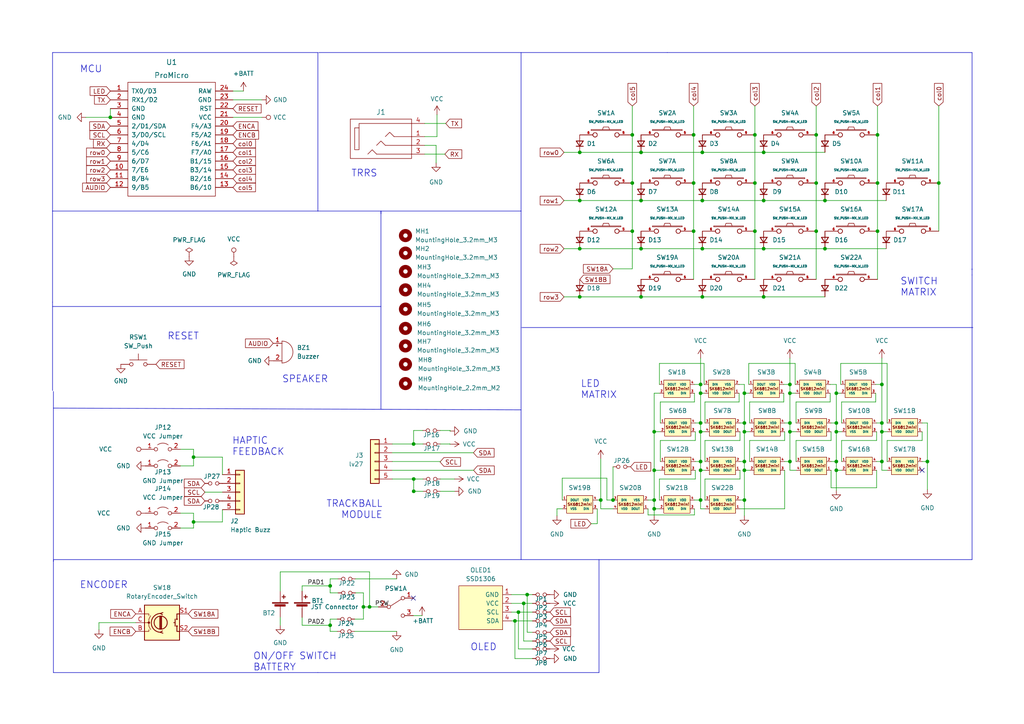
<source format=kicad_sch>
(kicad_sch (version 20230121) (generator eeschema)
  (paper "A4")
  (title_block (title "Klor Split Keyboard") (date "2022-06-21") (rev "1.3") (comment 1 "Schematic based on Sofle") (comment 2 "Author: GEIST"))
  (junction (at 185.928 86.106))
  (junction (at 174.244 145.034))
  (junction (at 189.738 147.574))
  (junction (at 203.2 125.222))
  (junction (at 152.908 172.466))
  (junction (at 119.9896 142.494))
  (junction (at 119.9896 138.938))
  (junction (at 272.288 53.086))
  (junction (at 56.134 132.588))
  (junction (at 221.488 86.106))
  (junction (at 32.004 34.036))
  (junction (at 215.9 122.682))
  (junction (at 189.738 145.034))
  (junction (at 203.2 122.682))
  (junction (at 255.778 133.858))
  (junction (at 203.708 44.196))
  (junction (at 95.758 181.356))
  (junction (at 218.948 67.056))
  (junction (at 185.928 72.136))
  (junction (at 183.388 67.056))
  (junction (at 201.168 67.056))
  (junction (at 203.708 86.106))
  (junction (at 203.2 133.858))
  (junction (at 56.134 151.384))
  (junction (at 201.168 39.116))
  (junction (at 239.268 72.136))
  (junction (at 168.148 86.106))
  (junction (at 203.2 111.506))
  (junction (at 215.9 125.222))
  (junction (at 185.928 58.166))
  (junction (at 215.9 136.398))
  (junction (at 229.108 114.046))
  (junction (at 255.778 111.506))
  (junction (at 203.708 72.136))
  (junction (at 221.488 58.166))
  (junction (at 183.388 39.116))
  (junction (at 254.508 53.086))
  (junction (at 107.188 176.022))
  (junction (at 95.758 169.926))
  (junction (at 168.148 72.136))
  (junction (at 268.986 133.858))
  (junction (at 185.928 44.196))
  (junction (at 201.168 53.086))
  (junction (at 229.108 133.858))
  (junction (at 242.57 114.046))
  (junction (at 203.708 58.166))
  (junction (at 236.728 53.086))
  (junction (at 177.8 145.034))
  (junction (at 151.892 175.006))
  (junction (at 242.57 136.398))
  (junction (at 254.508 67.056))
  (junction (at 255.778 125.222))
  (junction (at 189.738 136.398))
  (junction (at 149.352 180.086))
  (junction (at 221.488 44.196))
  (junction (at 168.148 44.196))
  (junction (at 189.738 125.222))
  (junction (at 254.508 39.116))
  (junction (at 183.388 53.086))
  (junction (at 168.148 58.166))
  (junction (at 218.948 39.116))
  (junction (at 203.2 114.046))
  (junction (at 236.728 67.056))
  (junction (at 229.108 111.506))
  (junction (at 150.368 177.546))
  (junction (at 221.488 72.136))
  (junction (at 203.2 145.034))
  (junction (at 239.268 58.166))
  (junction (at 105.41 176.022))
  (junction (at 242.57 133.858))
  (junction (at 215.9 133.858))
  (junction (at 229.108 125.222))
  (junction (at 215.9 114.046))
  (junction (at 242.57 122.682))
  (junction (at 242.57 125.222))
  (junction (at 215.9 145.034))
  (junction (at 229.108 122.682))
  (junction (at 255.778 122.682))
  (junction (at 236.728 39.116))
  (junction (at 218.948 53.086))
  (junction (at 203.2 136.398))
  (junction (at 119.9642 128.778))
  (no_connect (at 119.888 173.482))
  (no_connect (at 267.462 136.398))
  (wire (pts (xy 241.046 133.858) (xy 242.57 133.858)))
  (polyline (pts (xy 151.13 61.214) (xy 151.13 94.996)))
  (wire (pts (xy 255.778 125.222) (xy 257.302 125.222)))
  (wire (pts (xy 119.9642 128.778) (xy 119.9642 124.8664)))
  (wire (pts (xy 105.41 176.022) (xy 105.41 179.578)))
  (wire (pts (xy 229.108 122.682) (xy 229.108 114.046)))
  (wire (pts (xy 113.792 128.778) (xy 119.9642 128.778)))
  (wire (pts (xy 214.376 114.046) (xy 214.376 116.586)))
  (wire (pts (xy 201.168 67.056) (xy 201.168 81.026)))
  (wire (pts (xy 215.9 125.222) (xy 217.424 125.222)))
  (wire (pts (xy 176.022 145.034) (xy 177.8 145.034)))
  (wire (pts (xy 151.892 185.928) (xy 154.432 185.928)))
  (wire (pts (xy 203.2 122.682) (xy 203.2 114.046)))
  (wire (pts (xy 214.63 122.682) (xy 215.9 122.682)))
  (wire (pts (xy 39.37 180.594) (xy 28.702 180.594)))
  (wire (pts (xy 185.928 86.106) (xy 203.708 86.106)))
  (polyline (pts (xy 92.202 61.214) (xy 151.13 61.214)))
  (wire (pts (xy 189.738 114.046) (xy 189.738 125.222)))
  (wire (pts (xy 183.388 77.978) (xy 183.388 67.056)))
  (wire (pts (xy 242.57 114.046) (xy 242.57 122.682)))
  (wire (pts (xy 176.022 138.684) (xy 176.022 145.034)))
  (wire (pts (xy 203.2 147.574) (xy 204.47 147.574)))
  (wire (pts (xy 56.134 130.302) (xy 52.324 130.302)))
  (wire (pts (xy 255.778 111.506) (xy 254 111.506)))
  (wire (pts (xy 130.6068 128.8288) (xy 130.4544 128.8288)))
  (wire (pts (xy 242.57 133.858) (xy 242.57 136.398)))
  (wire (pts (xy 161.544 147.574) (xy 163.068 147.574)))
  (wire (pts (xy 189.738 136.398) (xy 189.738 145.034)))
  (wire (pts (xy 191.262 145.034) (xy 191.262 138.938)))
  (wire (pts (xy 203.2 103.886) (xy 203.2 111.506)))
  (wire (pts (xy 163.576 72.136) (xy 168.148 72.136)))
  (wire (pts (xy 242.57 111.506) (xy 242.57 114.046)))
  (wire (pts (xy 203.708 72.136) (xy 221.488 72.136)))
  (wire (pts (xy 217.424 122.682) (xy 217.424 116.586)))
  (wire (pts (xy 163.576 86.106) (xy 168.148 86.106)))
  (wire (pts (xy 67.564 28.956) (xy 75.946 28.956)))
  (wire (pts (xy 214.63 125.222) (xy 214.63 127.762)))
  (wire (pts (xy 187.96 149.352) (xy 201.422 149.352)))
  (wire (pts (xy 64.516 147.828) (xy 64.516 151.384)))
  (wire (pts (xy 214.63 133.858) (xy 215.9 133.858)))
  (wire (pts (xy 185.928 58.166) (xy 203.708 58.166)))
  (wire (pts (xy 254.508 30.734) (xy 254.508 39.116)))
  (wire (pts (xy 119.9896 138.938) (xy 119.9896 142.494)))
  (polyline (pts (xy 92.456 15.24) (xy 193.548 15.24)))
  (wire (pts (xy 203.2 125.222) (xy 203.2 122.682)))
  (wire (pts (xy 201.422 149.352) (xy 201.422 147.574)))
  (wire (pts (xy 177.8 77.978) (xy 183.388 77.978)))
  (wire (pts (xy 189.738 125.222) (xy 191.516 125.222)))
  (polyline (pts (xy 15.24 15.24) (xy 92.202 15.24)))
  (polyline (pts (xy 193.548 15.24) (xy 281.94 15.24)))
  (polyline (pts (xy 173.736 195.072) (xy 173.736 162.306)))
  (wire (pts (xy 267.462 122.682) (xy 268.986 122.682)))
  (wire (pts (xy 171.45 151.892) (xy 173.228 151.892)))
  (wire (pts (xy 217.424 127.762) (xy 227.584 127.762)))
  (wire (pts (xy 149.352 191.008) (xy 154.432 191.008)))
  (wire (pts (xy 229.108 103.886) (xy 229.108 111.506)))
  (wire (pts (xy 227.584 127.762) (xy 227.584 125.222)))
  (wire (pts (xy 168.148 58.166) (xy 185.928 58.166)))
  (wire (pts (xy 255.778 122.682) (xy 255.778 125.222)))
  (wire (pts (xy 203.708 58.166) (xy 221.488 58.166)))
  (wire (pts (xy 214.63 138.938) (xy 204.47 138.938)))
  (wire (pts (xy 126.746 33.274) (xy 126.746 39.624)))
  (polyline (pts (xy 15.24 15.24) (xy 15.24 61.214)))
  (wire (pts (xy 191.262 138.938) (xy 201.676 138.938)))
  (wire (pts (xy 161.544 149.606) (xy 161.544 147.574)))
  (wire (pts (xy 239.268 58.166) (xy 257.048 58.166)))
  (wire (pts (xy 255.778 103.886) (xy 255.778 111.506)))
  (wire (pts (xy 257.302 127.762) (xy 257.302 133.858)))
  (wire (pts (xy 103.124 171.958) (xy 105.41 171.958)))
  (wire (pts (xy 254.254 136.398) (xy 254.254 141.478)))
  (wire (pts (xy 268.986 133.858) (xy 268.986 141.986)))
  (wire (pts (xy 56.134 153.162) (xy 56.134 151.384)))
  (wire (pts (xy 113.792 133.858) (xy 127.762 133.858)))
  (wire (pts (xy 189.738 125.222) (xy 189.738 136.398)))
  (wire (pts (xy 191.516 116.586) (xy 201.422 116.586)))
  (wire (pts (xy 130.4544 128.778) (xy 127.762 128.778)))
  (wire (pts (xy 123.19 44.704) (xy 129.032 44.704)))
  (wire (pts (xy 229.108 114.046) (xy 230.632 114.046)))
  (polyline (pts (xy 15.24 88.9) (xy 110.49 88.9)))
  (wire (pts (xy 230.886 127.762) (xy 230.886 133.858)))
  (wire (pts (xy 56.134 135.128) (xy 56.134 132.588)))
  (wire (pts (xy 113.792 131.318) (xy 137.3124 131.318)))
  (wire (pts (xy 148.336 177.546) (xy 150.368 177.546)))
  (wire (pts (xy 272.288 53.086) (xy 272.288 67.056)))
  (wire (pts (xy 163.068 138.684) (xy 176.022 138.684)))
  (wire (pts (xy 203.708 86.106) (xy 221.488 86.106)))
  (wire (pts (xy 268.986 122.682) (xy 268.986 133.858)))
  (wire (pts (xy 168.148 72.136) (xy 185.928 72.136)))
  (wire (pts (xy 131.826 142.494) (xy 127.762 142.494)))
  (wire (pts (xy 203.2 114.046) (xy 204.216 114.046)))
  (wire (pts (xy 95.758 171.958) (xy 98.044 171.958)))
  (wire (pts (xy 255.778 125.222) (xy 255.778 133.858)))
  (wire (pts (xy 204.216 105.41) (xy 204.216 111.506)))
  (wire (pts (xy 230.886 116.586) (xy 230.886 122.682)))
  (wire (pts (xy 267.462 127.762) (xy 257.302 127.762)))
  (wire (pts (xy 105.41 176.022) (xy 107.188 176.022)))
  (wire (pts (xy 229.108 133.858) (xy 229.108 125.222)))
  (wire (pts (xy 187.96 145.034) (xy 189.738 145.034)))
  (wire (pts (xy 113.792 138.938) (xy 119.9896 138.938)))
  (wire (pts (xy 149.352 180.086) (xy 149.352 191.008)))
  (wire (pts (xy 81.28 171.45) (xy 81.28 165.862)))
  (wire (pts (xy 221.488 58.166) (xy 239.268 58.166)))
  (wire (pts (xy 203.2 125.222) (xy 204.47 125.222)))
  (wire (pts (xy 236.728 30.734) (xy 236.728 39.116)))
  (wire (pts (xy 201.422 145.034) (xy 203.2 145.034)))
  (wire (pts (xy 173.228 151.892) (xy 173.228 147.574)))
  (wire (pts (xy 148.336 180.086) (xy 149.352 180.086)))
  (wire (pts (xy 243.84 105.41) (xy 257.302 105.41)))
  (wire (pts (xy 150.368 177.546) (xy 150.368 188.214)))
  (wire (pts (xy 189.738 149.606) (xy 189.738 147.574)))
  (wire (pts (xy 189.738 136.398) (xy 191.516 136.398)))
  (wire (pts (xy 126.492 42.164) (xy 123.19 42.164)))
  (wire (pts (xy 52.324 148.844) (xy 56.134 148.844)))
  (polyline (pts (xy 15.494 195.072) (xy 92.202 195.072)))
  (wire (pts (xy 217.17 111.506) (xy 217.17 105.41)))
  (wire (pts (xy 56.134 151.384) (xy 64.516 151.384)))
  (wire (pts (xy 243.84 111.506) (xy 243.84 105.41)))
  (polyline (pts (xy 151.384 94.996) (xy 282.194 94.996)))
  (wire (pts (xy 191.262 105.41) (xy 204.216 105.41)))
  (wire (pts (xy 183.388 53.086) (xy 183.388 67.056)))
  (wire (pts (xy 241.046 125.222) (xy 241.046 127.762)))
  (polyline (pts (xy 15.494 162.56) (xy 15.494 162.814)))
  (polyline (pts (xy 15.24 87.63) (xy 15.24 113.284)))
  (wire (pts (xy 203.2 133.858) (xy 203.2 136.398)))
  (wire (pts (xy 173.228 145.034) (xy 174.244 145.034)))
  (wire (pts (xy 191.516 127.762) (xy 201.676 127.762)))
  (wire (pts (xy 203.708 44.196) (xy 221.488 44.196)))
  (wire (pts (xy 257.302 105.41) (xy 257.302 122.682)))
  (wire (pts (xy 119.9896 142.5448) (xy 119.9896 142.494)))
  (wire (pts (xy 215.9 136.398) (xy 217.424 136.398)))
  (wire (pts (xy 215.9 114.046) (xy 215.9 122.682)))
  (wire (pts (xy 64.516 137.668) (xy 64.516 132.588)))
  (wire (pts (xy 119.9642 128.778) (xy 122.682 128.778)))
  (wire (pts (xy 217.17 105.41) (xy 230.632 105.41)))
  (wire (pts (xy 189.738 147.574) (xy 191.262 147.574)))
  (wire (pts (xy 227.584 122.682) (xy 229.108 122.682)))
  (wire (pts (xy 214.376 116.586) (xy 204.47 116.586)))
  (wire (pts (xy 254.254 127.762) (xy 254.254 125.222)))
  (wire (pts (xy 215.9 133.858) (xy 215.9 136.398)))
  (wire (pts (xy 241.046 141.478) (xy 254.254 141.478)))
  (wire (pts (xy 255.778 136.398) (xy 257.302 136.398)))
  (wire (pts (xy 236.728 67.056) (xy 236.728 81.026)))
  (wire (pts (xy 254 116.586) (xy 254 114.046)))
  (wire (pts (xy 242.57 122.682) (xy 242.57 125.222)))
  (wire (pts (xy 215.9 125.222) (xy 215.9 133.858)))
  (wire (pts (xy 24.892 34.036) (xy 32.004 34.036)))
  (wire (pts (xy 97.79 183.134) (xy 95.758 183.134)))
  (wire (pts (xy 150.368 188.214) (xy 154.432 188.214)))
  (wire (pts (xy 130.5814 125.0188) (xy 130.5306 125.0188)))
  (wire (pts (xy 268.986 133.858) (xy 267.462 133.858)))
  (wire (pts (xy 203.2 114.046) (xy 203.2 111.506)))
  (wire (pts (xy 240.792 116.586) (xy 230.886 116.586)))
  (polyline (pts (xy 15.494 162.306) (xy 281.94 162.306)))
  (wire (pts (xy 174.244 133.096) (xy 174.244 145.034)))
  (wire (pts (xy 215.9 136.398) (xy 215.9 145.034)))
  (wire (pts (xy 229.108 125.222) (xy 229.108 122.682)))
  (wire (pts (xy 191.516 133.858) (xy 191.516 127.762)))
  (wire (pts (xy 123.19 35.814) (xy 129.286 35.814)))
  (wire (pts (xy 187.96 147.574) (xy 187.96 149.352)))
  (wire (pts (xy 163.576 58.166) (xy 168.148 58.166)))
  (wire (pts (xy 215.9 111.506) (xy 215.9 114.046)))
  (wire (pts (xy 244.094 127.762) (xy 254.254 127.762)))
  (wire (pts (xy 95.758 183.134) (xy 95.758 181.356)))
  (wire (pts (xy 151.892 175.006) (xy 151.892 185.928)))
  (wire (pts (xy 254.508 53.086) (xy 254.508 67.056)))
  (polyline (pts (xy 110.49 61.214) (xy 110.49 61.976)))
  (wire (pts (xy 64.516 132.588) (xy 56.134 132.588)))
  (wire (pts (xy 221.488 44.196) (xy 239.268 44.196)))
  (polyline (pts (xy 281.94 77.978) (xy 281.94 78.232)))
  (wire (pts (xy 203.2 136.398) (xy 203.2 145.034)))
  (wire (pts (xy 95.758 167.894) (xy 95.758 169.926)))
  (wire (pts (xy 218.948 30.734) (xy 218.948 39.116)))
  (wire (pts (xy 185.928 72.136) (xy 203.708 72.136)))
  (wire (pts (xy 126.492 47.244) (xy 126.492 42.164)))
  (wire (pts (xy 148.336 172.466) (xy 152.908 172.466)))
  (wire (pts (xy 214.63 136.398) (xy 214.63 138.938)))
  (wire (pts (xy 56.134 132.588) (xy 56.134 130.302)))
  (wire (pts (xy 203.2 133.858) (xy 203.2 125.222)))
  (wire (pts (xy 229.108 111.506) (xy 227.33 111.506)))
  (wire (pts (xy 123.19 39.624) (xy 126.746 39.624)))
  (wire (pts (xy 105.41 171.958) (xy 105.41 176.022)))
  (wire (pts (xy 149.352 180.086) (xy 154.432 180.086)))
  (wire (pts (xy 221.488 86.106) (xy 239.268 86.106)))
  (wire (pts (xy 201.422 116.586) (xy 201.422 114.046)))
  (wire (pts (xy 254.254 122.682) (xy 255.778 122.682)))
  (wire (pts (xy 52.324 153.162) (xy 56.134 153.162)))
  (wire (pts (xy 229.108 133.858) (xy 229.108 136.398)))
  (wire (pts (xy 87.63 181.356) (xy 95.758 181.356)))
  (wire (pts (xy 255.778 111.506) (xy 255.778 122.682)))
  (wire (pts (xy 102.87 179.578) (xy 105.41 179.578)))
  (wire (pts (xy 218.948 67.056) (xy 218.948 81.026)))
  (wire (pts (xy 201.168 53.086) (xy 201.168 67.056)))
  (wire (pts (xy 203.2 136.398) (xy 204.47 136.398)))
  (wire (pts (xy 168.148 86.106) (xy 185.928 86.106)))
  (wire (pts (xy 242.57 125.222) (xy 244.094 125.222)))
  (wire (pts (xy 201.168 30.734) (xy 201.168 39.116)))
  (wire (pts (xy 152.908 183.388) (xy 152.908 172.466)))
  (wire (pts (xy 267.462 125.222) (xy 267.462 127.762)))
  (wire (pts (xy 183.388 39.116) (xy 183.388 53.086)))
  (polyline (pts (xy 281.94 162.306) (xy 281.94 79.756)))
  (wire (pts (xy 227.33 116.586) (xy 227.33 114.046)))
  (wire (pts (xy 174.244 145.034) (xy 174.244 147.574)))
  (wire (pts (xy 98.044 167.894) (xy 95.758 167.894)))
  (wire (pts (xy 242.57 136.398) (xy 244.094 136.398)))
  (wire (pts (xy 218.948 39.116) (xy 218.948 53.086)))
  (polyline (pts (xy 110.49 61.214) (xy 110.49 118.618)))
  (wire (pts (xy 244.094 122.682) (xy 244.094 116.586)))
  (wire (pts (xy 254.508 39.116) (xy 254.508 53.086)))
  (wire (pts (xy 130.5306 124.8664) (xy 127.6604 124.8664)))
  (wire (pts (xy 174.244 147.574) (xy 177.8 147.574)))
  (wire (pts (xy 150.368 177.546) (xy 154.432 177.546)))
  (wire (pts (xy 201.676 127.762) (xy 201.676 125.222)))
  (wire (pts (xy 230.632 105.41) (xy 230.632 111.506)))
  (wire (pts (xy 244.094 116.586) (xy 254 116.586)))
  (wire (pts (xy 229.108 136.398) (xy 230.886 136.398)))
  (wire (pts (xy 119.888 178.562) (xy 122.428 178.562)))
  (wire (pts (xy 95.758 179.578) (xy 97.79 179.578)))
  (wire (pts (xy 204.47 127.762) (xy 204.47 133.858)))
  (wire (pts (xy 201.168 39.116) (xy 201.168 53.086)))
  (wire (pts (xy 221.488 72.136) (xy 239.268 72.136)))
  (wire (pts (xy 241.046 122.682) (xy 242.57 122.682)))
  (wire (pts (xy 214.63 145.034) (xy 215.9 145.034)))
  (wire (pts (xy 229.108 114.046) (xy 229.108 111.506)))
  (wire (pts (xy 203.2 145.034) (xy 203.2 147.574)))
  (wire (pts (xy 185.928 44.196) (xy 203.708 44.196)))
  (wire (pts (xy 236.728 39.116) (xy 236.728 53.086)))
  (wire (pts (xy 130.5306 125.0188) (xy 130.5306 124.8664)))
  (wire (pts (xy 215.9 145.034) (xy 215.9 149.606)))
  (wire (pts (xy 215.9 122.682) (xy 215.9 125.222)))
  (wire (pts (xy 102.87 183.134) (xy 115.062 183.134)))
  (wire (pts (xy 191.262 111.506) (xy 191.262 105.41)))
  (wire (pts (xy 255.778 136.398) (xy 255.778 133.858)))
  (wire (pts (xy 95.758 169.926) (xy 95.758 171.958)))
  (wire (pts (xy 236.728 53.086) (xy 236.728 67.056)))
  (wire (pts (xy 148.336 175.006) (xy 151.892 175.006)))
  (wire (pts (xy 218.948 53.086) (xy 218.948 67.056)))
  (wire (pts (xy 177.8 135.382) (xy 177.8 145.034)))
  (wire (pts (xy 227.584 147.574) (xy 227.584 136.398)))
  (wire (pts (xy 217.424 133.858) (xy 217.424 127.762)))
  (wire (pts (xy 215.9 114.046) (xy 217.17 114.046)))
  (wire (pts (xy 241.046 127.762) (xy 230.886 127.762)))
  (wire (pts (xy 214.376 111.506) (xy 215.9 111.506)))
  (wire (pts (xy 189.738 145.034) (xy 189.738 147.574)))
  (wire (pts (xy 214.63 147.574) (xy 227.584 147.574)))
  (wire (pts (xy 56.134 148.844) (xy 56.134 151.384)))
  (wire (pts (xy 239.268 72.136) (xy 257.048 72.136)))
  (polyline (pts (xy 151.13 61.214) (xy 151.13 15.24)))
  (wire (pts (xy 201.676 138.938) (xy 201.676 136.398)))
  (wire (pts (xy 59.436 142.748) (xy 64.516 142.748)))
  (wire (pts (xy 168.148 44.196) (xy 185.928 44.196)))
  (wire (pts (xy 229.108 125.222) (xy 230.886 125.222)))
  (wire (pts (xy 151.892 175.006) (xy 154.432 175.006)))
  (polyline (pts (xy 151.13 94.996) (xy 151.13 162.306)))
  (wire (pts (xy 254.508 67.056) (xy 254.508 81.026)))
  (polyline (pts (xy 15.494 118.364) (xy 151.13 118.872)))
  (polyline (pts (xy 15.494 113.538) (xy 15.494 195.072)))
  (wire (pts (xy 119.9896 138.938) (xy 122.682 138.938)))
  (wire (pts (xy 87.63 169.926) (xy 95.758 169.926)))
  (wire (pts (xy 242.57 136.398) (xy 242.57 142.24)))
  (wire (pts (xy 107.188 176.022) (xy 109.728 176.022)))
  (wire (pts (xy 254.254 133.858) (xy 255.778 133.858)))
  (wire (pts (xy 227.584 133.858) (xy 229.108 133.858)))
  (wire (pts (xy 163.576 44.196) (xy 168.148 44.196)))
  (polyline (pts (xy 281.94 15.24) (xy 281.94 79.756)))
  (wire (pts (xy 52.324 135.128) (xy 56.134 135.128)))
  (wire (pts (xy 103.124 167.894) (xy 115.062 167.894)))
  (wire (pts (xy 152.908 183.388) (xy 154.432 183.388)))
  (wire (pts (xy 87.63 171.45) (xy 87.63 169.926)))
  (wire (pts (xy 214.63 127.762) (xy 204.47 127.762)))
  (wire (pts (xy 28.702 180.594) (xy 28.702 182.626)))
  (wire (pts (xy 119.9642 124.8664) (xy 122.5804 124.8664)))
  (wire (pts (xy 87.63 179.07) (xy 87.63 181.356)))
  (wire (pts (xy 81.28 179.07) (xy 81.28 181.356)))
  (wire (pts (xy 240.792 111.506) (xy 242.57 111.506)))
  (wire (pts (xy 217.424 116.586) (xy 227.33 116.586)))
  (wire (pts (xy 272.288 30.734) (xy 272.288 53.086)))
  (wire (pts (xy 242.57 114.046) (xy 243.84 114.046)))
  (wire (pts (xy 163.068 145.034) (xy 163.068 138.684)))
  (wire (pts (xy 67.564 34.036) (xy 75.946 34.036)))
  (wire (pts (xy 183.388 30.734) (xy 183.388 39.116)))
  (wire (pts (xy 119.9896 142.494) (xy 122.682 142.494)))
  (wire (pts (xy 204.47 138.938) (xy 204.47 145.034)))
  (wire (pts (xy 241.046 136.398) (xy 241.046 141.478)))
  (wire (pts (xy 191.516 122.682) (xy 191.516 116.586)))
  (wire (pts (xy 107.188 165.862) (xy 107.188 176.022)))
  (wire (pts (xy 95.758 181.356) (xy 95.758 179.578)))
  (wire (pts (xy 81.28 165.862) (xy 107.188 165.862)))
  (wire (pts (xy 240.792 114.046) (xy 240.792 116.586)))
  (wire (pts (xy 131.826 138.938) (xy 127.762 138.938)))
  (wire (pts (xy 191.262 114.046) (xy 189.738 114.046)))
  (wire (pts (xy 203.2 111.506) (xy 201.422 111.506)))
  (wire (pts (xy 32.004 31.496) (xy 32.004 34.036)))
  (polyline (pts (xy 15.24 61.214) (xy 92.202 61.214)))
  (wire (pts (xy 201.676 122.682) (xy 203.2 122.682)))
  (wire (pts (xy 242.57 125.222) (xy 242.57 133.858)))
  (wire (pts (xy 113.792 136.398) (xy 137.3632 136.398)))
  (wire (pts (xy 204.47 116.586) (xy 204.47 122.682)))
  (wire (pts (xy 244.094 133.858) (xy 244.094 127.762)))
  (wire (pts (xy 201.676 133.858) (xy 203.2 133.858)))
  (wire (pts (xy 67.564 26.416) (xy 70.612 26.416)))
  (wire (pts (xy 152.908 172.466) (xy 154.432 172.466)))
  (polyline (pts (xy 92.202 61.214) (xy 92.202 15.24)))
  (polyline (pts (xy 92.202 195.072) (xy 173.736 195.072)))
  (wire (pts (xy 130.4544 128.8288) (xy 130.4544 128.778)))
  (polyline (pts (xy 15.24 61.214) (xy 15.24 87.63)))
  (text "SWITCH\nMATRIX" (at 261.112 86.106 0) (effects (font (size 2 2)) (justify left bottom)))
  (text "MCU" (at 23.114 21.336 0) (effects (font (size 2 2)) (justify left bottom)))
  (text "ON/OFF SWITCH\nBATTERY" (at 73.406 194.818 0) (effects (font (size 2 2)) (justify left bottom)))
  (text "HAPTIC\nFEEDBACK" (at 67.31 132.334 0) (effects (font (size 2 2)) (justify left bottom)))
  (text "ENCODER" (at 23.114 170.942 0) (effects (font (size 2 2)) (justify left bottom)))
  (text "OLED" (at 136.398 188.976 0) (effects (font (size 2 2)) (justify left bottom)))
  (text "LED\nMATRIX" (at 168.402 115.824 0) (effects (font (size 2 2)) (justify left bottom)))
  (text "TRRS" (at 101.854 51.562 0) (effects (font (size 2 2)) (justify left bottom)))
  (text "TRACKBALL\nMODULE" (at 110.998 150.622 0) (effects (font (size 2 2)) (justify right bottom)))
  (text "RESET" (at 48.514 98.806 0) (effects (font (size 2 2)) (justify left bottom)))
  (text "SPEAKER" (at 81.788 111.252 0) (effects (font (size 2 2)) (justify left bottom)))
  (label "PAD2" (at 89.154 181.356 0))
  (label "PSW" (at 108.712 176.022 0))
  (label "PAD1" (at 89.154 169.926 0))
  (global_label "TX" (shape input) (at 129.286 35.814 0) (property "Intersheetrefs" "${INTERSHEET_REFS}" (effects hide)))
  (global_label "RX" (shape input) (at 129.032 44.704 0) (property "Intersheetrefs" "${INTERSHEET_REFS}" (effects hide)))
  (global_label "SDA" (shape input) (at 32.004 36.576 180) (property "Intersheetrefs" "${INTERSHEET_REFS}" (effects hide)))
  (global_label "col0" (shape input) (at 272.288 30.734 90) (property "Intersheetrefs" "${INTERSHEET_REFS}" (effects hide)))
  (global_label "row2" (shape input) (at 163.576 72.136 180) (property "Intersheetrefs" "${INTERSHEET_REFS}" (effects hide)))
  (global_label "TX" (shape input) (at 32.004 28.956 180) (property "Intersheetrefs" "${INTERSHEET_REFS}" (effects hide)))
  (global_label "row3" (shape input) (at 163.576 86.106 180) (property "Intersheetrefs" "${INTERSHEET_REFS}" (effects hide)))
  (global_label "SW18B" (shape input) (at 168.148 81.026 0) (property "Intersheetrefs" "${INTERSHEET_REFS}" (effects hide)))
  (global_label "SDA" (shape input) (at 137.3632 136.398 0) (property "Intersheetrefs" "${INTERSHEET_REFS}" (effects hide)))
  (global_label "LED" (shape input) (at 182.88 135.382 0) (property "Intersheetrefs" "${INTERSHEET_REFS}" (effects hide)))
  (global_label "col5" (shape input) (at 67.564 54.356 0) (property "Intersheetrefs" "${INTERSHEET_REFS}" (effects hide)))
  (global_label "SDA" (shape input) (at 159.512 180.086 0) (property "Intersheetrefs" "${INTERSHEET_REFS}" (effects hide)))
  (global_label "ENCA" (shape input) (at 39.37 178.054 180) (property "Intersheetrefs" "${INTERSHEET_REFS}" (effects hide)))
  (global_label "col4" (shape input) (at 67.564 51.816 0) (property "Intersheetrefs" "${INTERSHEET_REFS}" (effects hide)))
  (global_label "col0" (shape input) (at 67.564 41.656 0) (property "Intersheetrefs" "${INTERSHEET_REFS}" (effects hide)))
  (global_label "SCL" (shape input) (at 32.004 39.116 180) (property "Intersheetrefs" "${INTERSHEET_REFS}" (effects hide)))
  (global_label "SDA" (shape input) (at 137.3124 131.318 0) (property "Intersheetrefs" "${INTERSHEET_REFS}" (effects hide)))
  (global_label "RESET" (shape input) (at 45.212 105.664 0) (property "Intersheetrefs" "${INTERSHEET_REFS}" (effects hide)))
  (global_label "col1" (shape input) (at 254.508 30.734 90) (property "Intersheetrefs" "${INTERSHEET_REFS}" (effects hide)))
  (global_label "col2" (shape input) (at 236.728 30.734 90) (property "Intersheetrefs" "${INTERSHEET_REFS}" (effects hide)))
  (global_label "row3" (shape input) (at 32.004 51.816 180) (property "Intersheetrefs" "${INTERSHEET_REFS}" (effects hide)))
  (global_label "row2" (shape input) (at 32.004 49.276 180) (property "Intersheetrefs" "${INTERSHEET_REFS}" (effects hide)))
  (global_label "row0" (shape input) (at 163.576 44.196 180) (property "Intersheetrefs" "${INTERSHEET_REFS}" (effects hide)))
  (global_label "col4" (shape input) (at 201.168 30.734 90) (property "Intersheetrefs" "${INTERSHEET_REFS}" (effects hide)))
  (global_label "row0" (shape input) (at 32.004 44.196 180) (property "Intersheetrefs" "${INTERSHEET_REFS}" (effects hide)))
  (global_label "SCL" (shape input) (at 159.512 177.546 0) (property "Intersheetrefs" "${INTERSHEET_REFS}" (effects hide)))
  (global_label "SDA" (shape input) (at 59.436 140.208 180) (property "Intersheetrefs" "${INTERSHEET_REFS}" (effects hide)))
  (global_label "AUDIO" (shape input) (at 32.004 54.356 180) (property "Intersheetrefs" "${INTERSHEET_REFS}" (effects hide)))
  (global_label "col3" (shape input) (at 218.948 30.734 90) (property "Intersheetrefs" "${INTERSHEET_REFS}" (effects hide)))
  (global_label "ENCB" (shape input) (at 67.564 39.116 0) (property "Intersheetrefs" "${INTERSHEET_REFS}" (effects hide)))
  (global_label "SCL" (shape input) (at 127.635 133.985 0) (property "Intersheetrefs" "${INTERSHEET_REFS}" (effects hide)))
  (global_label "SCL" (shape input) (at 159.512 185.928 0) (property "Intersheetrefs" "${INTERSHEET_REFS}" (effects hide)))
  (global_label "SDA" (shape input) (at 159.512 183.388 0) (property "Intersheetrefs" "${INTERSHEET_REFS}" (effects hide)))
  (global_label "col5" (shape input) (at 183.388 30.734 90) (property "Intersheetrefs" "${INTERSHEET_REFS}" (effects hide)))
  (global_label "RESET" (shape input) (at 67.564 31.496 0) (property "Intersheetrefs" "${INTERSHEET_REFS}" (effects hide)))
  (global_label "LED" (shape input) (at 171.45 151.892 180) (property "Intersheetrefs" "${INTERSHEET_REFS}" (effects hide)))
  (global_label "SW18A" (shape input) (at 54.61 178.054 0) (property "Intersheetrefs" "${INTERSHEET_REFS}" (effects hide)))
  (global_label "SDA" (shape input) (at 59.436 145.288 180) (property "Intersheetrefs" "${INTERSHEET_REFS}" (effects hide)))
  (global_label "row1" (shape input) (at 163.576 58.166 180) (property "Intersheetrefs" "${INTERSHEET_REFS}" (effects hide)))
  (global_label "ENCB" (shape input) (at 39.37 183.134 180) (property "Intersheetrefs" "${INTERSHEET_REFS}" (effects hide)))
  (global_label "col2" (shape input) (at 67.564 46.736 0) (property "Intersheetrefs" "${INTERSHEET_REFS}" (effects hide)))
  (global_label "SW18A" (shape input) (at 177.8 77.978 180) (property "Intersheetrefs" "${INTERSHEET_REFS}" (effects hide)))
  (global_label "SW18B" (shape input) (at 54.61 183.134 0) (property "Intersheetrefs" "${INTERSHEET_REFS}" (effects hide)))
  (global_label "ENCA" (shape input) (at 67.564 36.576 0) (property "Intersheetrefs" "${INTERSHEET_REFS}" (effects hide)))
  (global_label "col3" (shape input) (at 67.564 49.276 0) (property "Intersheetrefs" "${INTERSHEET_REFS}" (effects hide)))
  (global_label "row1" (shape input) (at 32.004 46.736 180) (property "Intersheetrefs" "${INTERSHEET_REFS}" (effects hide)))
  (global_label "col1" (shape input) (at 67.564 44.196 0) (property "Intersheetrefs" "${INTERSHEET_REFS}" (effects hide)))
  (global_label "LED" (shape input) (at 32.004 26.416 180) (property "Intersheetrefs" "${INTERSHEET_REFS}" (effects hide)))
  (global_label "AUDIO" (shape input) (at 79.248 99.568 180) (property "Intersheetrefs" "${INTERSHEET_REFS}" (effects hide)))
  (global_label "RX" (shape input) (at 32.004 41.656 180) (property "Intersheetrefs" "${INTERSHEET_REFS}" (effects hide)))
  (global_label "SCL" (shape input) (at 59.436 142.748 180) (property "Intersheetrefs" "${INTERSHEET_REFS}" (effects hide)))
  (symbol (lib_id "KLORlib:SW_PUSH-MX_W_LED") (at 196.596 123.952 0) (unit 2)
    (property "Reference" "SW6" (at 196.596 119.126 0))
    (property "Value" "SW_PUSH-MX_W_LED" (effects hide))
    (property "Footprint" "KLOR:SK6812MINI_and_cherry" (effects hide))
  )
  (symbol (lib_id "KLORlib:SW_PUSH-MX_W_LED") (at 196.342 146.304 0) (unit 2)
    (property "Reference" "SW21" (at 196.342 141.478 0))
    (property "Value" "SW_PUSH-MX_W_LED" (effects hide))
    (property "Footprint" "KLOR:SK6812MINI_and_cherry" (effects hide))
  )
  (symbol (lib_id "power:GND") (at 159.512 191.008 90) (unit 1)
    (property "Reference" "#PWR015" (effects hide))
    (property "Value" "GND" (at 163.322 191.0079 90) (effects (justify right)))
  )
  (symbol (lib_id "Device:D_Small") (at 203.708 41.656 90) (unit 1)
    (property "Reference" "D3" (at 205.74 41.6559 90) (effects (justify right)))
    (property "Value" "D_Small" (effects hide))
    (property "Footprint" "KLOR:Diode_SOD123" (effects hide))
  )
  (symbol (lib_id "power:+BATT") (at 70.612 26.416 0) (unit 1)
    (property "Reference" "#PWR0109" (effects hide))
    (property "Value" "+BATT" (at 70.612 21.336 0))
  )
  (symbol (lib_id "Mechanical:MountingHole") (at 117.602 89.662 0) (unit 1)
    (property "Reference" "MH5" (at 120.904 88.3919 0) (effects (justify left)))
    (property "Value" "MountingHole_3.2mm_M3" (at 120.904 90.9319 0) (effects (justify left)))
    (property "Footprint" "MountingHole:MountingHole_3.2mm_M3" (effects hide))
  )
  (symbol (lib_id "Device:Buzzer") (at 81.788 102.108 0) (unit 1)
    (property "Reference" "BZ1" (at 86.106 100.8379 0) (effects (justify left)))
    (property "Value" "Buzzer" (at 86.106 103.3779 0) (effects (justify left)))
    (property "Footprint" "KLOR:Buzzer_Mallory_AST1109MLTRQ_reversible" (effects hide))
  )
  (symbol (lib_id "Mechanical:MountingHole") (at 117.602 105.664 0) (unit 1)
    (property "Reference" "MH8" (at 121.158 104.3939 0) (effects (justify left)))
    (property "Value" "MountingHole_3.2mm_M3" (at 121.158 106.9339 0) (effects (justify left)))
    (property "Footprint" "MountingHole:MountingHole_3.2mm_M3" (effects hide))
  )
  (symbol (lib_id "KLORlib:SW_PUSH-MX_W_LED") (at 211.328 67.056 0) (unit 1)
    (property "Reference" "SW14" (at 211.328 60.706 0))
    (property "Value" "SW_PUSH-MX_W_LED" (at 211.328 63.246 0) (effects (font (size 0.635 0.635))))
    (property "Footprint" "KLOR:SK6812MINI_and_cherry" (effects hide))
  )
  (symbol (lib_id "KLORlib:SW_PUSH-MX_W_LED") (at 193.548 67.056 0) (unit 1)
    (property "Reference" "SW13" (at 193.548 60.706 0))
    (property "Value" "SW_PUSH-MX_W_LED" (at 193.548 63.246 0) (effects (font (size 0.635 0.635))))
    (property "Footprint" "KLOR:SK6812MINI_and_cherry" (effects hide))
  )
  (symbol (lib_id "Device:D_Small") (at 239.268 69.596 90) (unit 1)
    (property "Reference" "D16" (at 242.062 69.5959 90) (effects (justify right)))
    (property "Value" "D_Small" (effects hide))
    (property "Footprint" "KLOR:Diode_SOD123" (effects hide))
  )
  (symbol (lib_id "Device:D_Small") (at 203.708 83.566 90) (unit 1)
    (property "Reference" "D20" (at 205.74 83.5659 90) (effects (justify right)))
    (property "Value" "D_Small" (effects hide))
    (property "Footprint" "KLOR:Diode_SOD123" (effects hide))
  )
  (symbol (lib_id "power:GND") (at 35.052 105.664 0) (unit 1)
    (property "Reference" "#PWR014" (effects hide))
    (property "Value" "GND" (at 35.052 110.49 0))
  )
  (symbol (lib_id "SofleKeyboard-cache:power_VCC") (at 67.818 74.422 0) (unit 1)
    (property "Reference" "#PWR017" (effects hide))
    (property "Value" "power_VCC" (at 67.818 69.342 0))
  )
  (symbol (lib_id "Device:D_Small") (at 168.148 83.566 90) (unit 1)
    (property "Reference" "D18" (at 170.18 83.5659 90) (effects (justify right)))
    (property "Value" "D_Small" (effects hide))
    (property "Footprint" "KLOR:Diode_SOD123" (effects hide))
  )
  (symbol (lib_id "KLORlib:SW_PUSH-MX_W_LED") (at 235.966 123.952 180) (unit 2)
    (property "Reference" "SW9" (at 235.966 119.126 0))
    (property "Value" "SW_PUSH-MX_W_LED" (effects hide))
    (property "Footprint" "KLOR:SK6812MINI_and_cherry" (effects hide))
  )
  (symbol (lib_id "KLORlib:SW_PUSH-MX_W_LED") (at 211.328 39.116 0) (unit 1)
    (property "Reference" "SW3" (at 211.328 32.766 0))
    (property "Value" "SW_PUSH-MX_W_LED" (at 211.328 35.306 0) (effects (font (size 0.635 0.635))))
    (property "Footprint" "KLOR:SK6812MINI_and_cherry" (effects hide))
  )
  (symbol (lib_id "Switch:SW_DPDT_x2") (at 114.808 176.022 0) (unit 1)
    (property "Reference" "PSW1" (at 114.808 170.688 0))
    (property "Value" "SW_DPDT_x2" (effects hide))
    (property "Footprint" "KLOR:MSK12C02_reversible" (effects hide))
  )
  (symbol (lib_id "KLORlib:SW_PUSH-MX_W_LED") (at 246.888 67.056 0) (unit 1)
    (property "Reference" "SW16" (at 246.888 60.706 0))
    (property "Value" "SW_PUSH-MX_W_LED" (at 246.888 63.246 0) (effects (font (size 0.635 0.635))))
    (property "Footprint" "KLOR:SK6812MINI_and_cherry" (effects hide))
  )
  (symbol (lib_id "KLORlib:SW_PUSH-MX_W_LED") (at 193.548 81.026 0) (unit 1)
    (property "Reference" "SW19" (at 193.548 74.676 0))
    (property "Value" "SW_PUSH-MX_W_LED" (at 193.548 77.216 0) (effects (font (size 0.635 0.635))))
    (property "Footprint" "KLOR:SK6812MINI_and_cherry" (effects hide))
  )
  (symbol (lib_id "Connector_Generic:Conn_01x05") (at 108.712 133.858 0) (mirror y) (unit 1)
    (property "Reference" "J3" (at 105.41 132.08 0) (effects (justify left)))
    (property "Value" "lv27" (at 105.41 134.62 0) (effects (justify left)))
    (property "Footprint" "KLOR:lvc27_onlyInput" (effects hide))
  )
  (symbol (lib_id "KLORlib:Device_Jumper_NO_Small") (at 100.584 171.958 0) (unit 1)
    (property "Reference" "JP23" (at 100.584 173.228 0))
    (property "Value" "Device_Jumper_NO_Small" (effects hide))
    (property "Footprint" "KLOR:Jumper" (effects hide))
  )
  (symbol (lib_id "power:+BATT") (at 122.428 178.562 0) (unit 1)
    (property "Reference" "#PWR0104" (effects hide))
    (property "Value" "+BATT" (at 122.682 180.086 0))
  )
  (symbol (lib_id "KLORlib:MJ-4PP-9 TRRS") (at 111.76 39.624 0) (unit 1)
    (property "Reference" "J1" (at 110.49 32.512 0) (effects (font (size 1.524 1.524))))
    (property "Value" "MJ-4PP-9" (effects hide))
    (property "Footprint" "KLOR:MJ-4PP-9" (effects hide))
  )
  (symbol (lib_id "power:GND") (at 75.946 28.956 90) (unit 1)
    (property "Reference" "#PWR0103" (effects hide))
    (property "Value" "GND" (at 79.248 28.9559 90) (effects (justify right)))
  )
  (symbol (lib_id "KLORlib:Device_Jumper_NO_Small") (at 61.976 145.288 0) (unit 1)
    (property "Reference" "JP28" (at 61.214 147.066 0))
    (property "Value" "Device_Jumper_NO_Small" (effects hide))
    (property "Footprint" "KLOR:Jumper" (effects hide))
  )
  (symbol (lib_id "KLORlib:SW_PUSH-MX_W_LED") (at 222.504 123.952 0) (unit 2)
    (property "Reference" "SW8" (at 222.504 119.126 0))
    (property "Value" "SW_PUSH-MX_W_LED" (effects hide))
    (property "Footprint" "KLOR:SK6812MINI_and_cherry" (effects hide))
  )
  (symbol (lib_id "SSD1306-128x64_OLED:SSD1306") (at 139.446 176.276 270) (unit 1)
    (property "Reference" "OLED1" (at 139.446 165.354 90))
    (property "Value" "SSD1306" (at 139.446 167.894 90))
    (property "Footprint" "KLOR:SSD1306_128x64OLED" (effects hide))
  )
  (symbol (lib_id "KLORlib:Device_Jumper_NO_Small") (at 156.972 191.008 0) (unit 1)
    (property "Reference" "JP8" (at 156.972 192.278 0))
    (property "Value" "Device_Jumper_NO_Small" (effects hide))
    (property "Footprint" "KLOR:Jumper" (effects hide))
  )
  (symbol (lib_id "Device:D_Small") (at 221.488 55.626 90) (unit 1)
    (property "Reference" "D9" (at 224.028 55.6259 90) (effects (justify right)))
    (property "Value" "D_Small" (effects hide))
    (property "Footprint" "KLOR:Diode_SOD123" (effects hide))
  )
  (symbol (lib_id "KLORlib:SW_PUSH-MX_W_LED") (at 229.108 67.056 0) (unit 1)
    (property "Reference" "SW15" (at 229.108 60.706 0))
    (property "Value" "SW_PUSH-MX_W_LED" (at 229.108 63.246 0) (effects (font (size 0.635 0.635))))
    (property "Footprint" "KLOR:SK6812MINI_and_cherry" (effects hide))
  )
  (symbol (lib_id "KLORlib:SW_PUSH-MX_W_LED") (at 182.88 146.304 180) (unit 2)
    (property "Reference" "SW20" (at 182.88 141.478 0))
    (property "Value" "SW_PUSH-MX_W_LED" (effects hide))
    (property "Footprint" "KLOR:SK6812MINI_and_cherry" (effects hide))
  )
  (symbol (lib_id "power:VCC") (at 255.778 103.886 0) (unit 1)
    (property "Reference" "#PWR0110" (effects hide))
    (property "Value" "VCC" (at 255.778 98.806 0))
  )
  (symbol (lib_id "Mechanical:MountingHole") (at 117.602 84.074 0) (unit 1)
    (property "Reference" "MH4" (at 120.904 82.8039 0) (effects (justify left)))
    (property "Value" "MountingHole_3.2mm_M3" (at 120.904 85.3439 0) (effects (justify left)))
    (property "Footprint" "MountingHole:MountingHole_3.2mm_M3" (effects hide))
  )
  (symbol (lib_id "Switch:SW_Push") (at 40.132 105.664 0) (unit 1)
    (property "Reference" "RSW1" (at 40.132 97.79 0))
    (property "Value" "SW_Push" (at 40.132 100.33 0))
    (property "Footprint" "KLOR:SW_Push_1P1T-MP_NO_Horizontal_Alps_SKRTLAE010_both_sides" (effects hide))
  )
  (symbol (lib_id "Device:D_Small") (at 221.488 41.656 90) (unit 1)
    (property "Reference" "D4" (at 223.52 41.6559 90) (effects (justify right)))
    (property "Value" "D_Small" (effects hide))
    (property "Footprint" "KLOR:Diode_SOD123" (effects hide))
  )
  (symbol (lib_id "power:GND") (at 81.28 181.356 0) (unit 1)
    (property "Reference" "#PWR0119" (effects hide))
    (property "Value" "GND" (at 81.28 186.436 0))
  )
  (symbol (lib_id "Jumper:Jumper_2_Open") (at 47.244 135.128 0) (unit 1)
    (property "Reference" "JP13" (at 47.244 136.906 0))
    (property "Value" "GND Jumper" (at 47.244 139.446 0))
    (property "Footprint" "KLOR:Jumper" (effects hide))
  )
  (symbol (lib_id "KLORlib:SW_PUSH-MX_W_LED") (at 222.504 135.128 0) (unit 2)
    (property "Reference" "SW14" (at 222.504 130.302 0))
    (property "Value" "SW_PUSH-MX_W_LED" (effects hide))
    (property "Footprint" "KLOR:SK6812MINI_and_cherry" (effects hide))
  )
  (symbol (lib_id "Device:D_Small") (at 185.928 55.626 90) (unit 1)
    (property "Reference" "D7" (at 187.96 55.6259 90) (effects (justify right)))
    (property "Value" "D_Small" (effects hide))
    (property "Footprint" "KLOR:Diode_SOD123" (effects hide))
  )
  (symbol (lib_id "Device:D_Small") (at 221.488 69.596 90) (unit 1)
    (property "Reference" "D15" (at 224.028 69.5959 90) (effects (justify right)))
    (property "Value" "D_Small" (effects hide))
    (property "Footprint" "KLOR:Diode_SOD123" (effects hide))
  )
  (symbol (lib_id "power:GND") (at 268.986 141.986 0) (unit 1)
    (property "Reference" "#PWR0115" (effects hide))
    (property "Value" "GND" (at 268.986 147.32 0))
  )
  (symbol (lib_id "power:GND") (at 28.702 182.626 0) (unit 1)
    (property "Reference" "#PWR020" (effects hide))
    (property "Value" "GND" (at 28.702 187.96 0))
  )
  (symbol (lib_id "KLORlib:Device_Jumper_NO_Small") (at 100.33 179.578 0) (unit 1)
    (property "Reference" "JP24" (at 100.33 180.848 0))
    (property "Value" "Device_Jumper_NO_Small" (effects hide))
    (property "Footprint" "KLOR:Jumper" (effects hide))
  )
  (symbol (lib_id "KLORlib:SW_PUSH-MX_W_LED") (at 175.768 53.086 0) (unit 1)
    (property "Reference" "SW6" (at 175.768 46.736 0))
    (property "Value" "SW_PUSH-MX_W_LED" (at 175.768 49.276 0) (effects (font (size 0.635 0.635))))
    (property "Footprint" "KLOR:SK6812MINI_and_cherry" (effects hide))
  )
  (symbol (lib_id "Device:D_Small") (at 185.928 83.566 90) (unit 1)
    (property "Reference" "D19" (at 187.96 83.5659 90) (effects (justify right)))
    (property "Value" "D_Small" (effects hide))
    (property "Footprint" "KLOR:Diode_SOD123" (effects hide))
  )
  (symbol (lib_id "Device:D_Small") (at 168.148 55.626 90) (unit 1)
    (property "Reference" "D6" (at 170.18 55.6259 90) (effects (justify right)))
    (property "Value" "D_Small" (effects hide))
    (property "Footprint" "KLOR:Diode_SOD123" (effects hide))
  )
  (symbol (lib_id "power:GND") (at 115.062 183.134 0) (unit 1)
    (property "Reference" "#PWR0108" (effects hide))
    (property "Value" "GND" (at 115.062 188.468 0))
  )
  (symbol (lib_id "KLORlib:SW_PUSH-MX_W_LED") (at 222.25 112.776 0) (unit 2)
    (property "Reference" "SW3" (at 222.25 107.95 0))
    (property "Value" "SW_PUSH-MX_W_LED" (effects hide))
    (property "Footprint" "KLOR:SK6812MINI_and_cherry" (effects hide))
  )
  (symbol (lib_id "SofleKeyboard-cache:power_VCC") (at 42.164 148.844 90) (unit 1)
    (property "Reference" "#PWR06" (effects hide))
    (property "Value" "power_VCC" (at 28.194 148.844 90) (effects (justify right)))
  )
  (symbol (lib_id "power:GND") (at 189.738 149.606 0) (unit 1)
    (property "Reference" "#PWR0118" (effects hide))
    (property "Value" "GND" (at 189.738 154.94 0))
  )
  (symbol (lib_id "KLORlib:SW_PUSH-MX_W_LED") (at 248.92 112.776 0) (unit 2)
    (property "Reference" "SW5" (at 248.92 107.95 0))
    (property "Value" "SW_PUSH-MX_W_LED" (effects hide))
    (property "Footprint" "KLOR:SK6812MINI_and_cherry" (effects hide))
  )
  (symbol (lib_id "Device:Battery_Cell") (at 81.28 176.53 0) (unit 1)
    (property "Reference" "BT2" (at 77.978 177.8 0))
    (property "Value" "Battery_Cell" (effects hide))
    (property "Footprint" "KLOR:custombatteryconnector_small" (effects hide))
  )
  (symbol (lib_id "power:VCC") (at 131.826 138.938 270) (unit 1)
    (property "Reference" "#PWR04" (effects hide))
    (property "Value" "VCC" (at 135.382 138.9379 90) (effects (justify left)))
  )
  (symbol (lib_id "power:GND") (at 131.826 142.494 90) (unit 1)
    (property "Reference" "#PWR05" (effects hide))
    (property "Value" "GND" (at 135.636 142.4939 90) (effects (justify right)))
  )
  (symbol (lib_id "Device:D_Small") (at 168.148 41.656 90) (unit 1)
    (property "Reference" "D1" (at 170.18 41.6559 90) (effects (justify right)))
    (property "Value" "D_Small" (effects hide))
    (property "Footprint" "KLOR:Diode_SOD123" (effects hide))
  )
  (symbol (lib_id "KLORlib:SW_PUSH-MX_W_LED") (at 235.712 112.776 180) (unit 2)
    (property "Reference" "SW4" (at 235.712 107.95 0))
    (property "Value" "SW_PUSH-MX_W_LED" (effects hide))
    (property "Footprint" "KLOR:SK6812MINI_and_cherry" (effects hide))
  )
  (symbol (lib_id "Device:RotaryEncoder_Switch") (at 46.99 180.594 0) (unit 1)
    (property "Reference" "SW18" (at 46.99 170.434 0))
    (property "Value" "RotaryEncoder_Switch" (at 46.99 172.974 0))
    (property "Footprint" "KLOR:RotaryEncoder_Alps_EC11E-Switch_Vertical_H20mm-keebio_modified" (effects hide))
  )
  (symbol (lib_id "power:VCC") (at 159.512 175.006 270) (unit 1)
    (property "Reference" "#PWR012" (effects hide))
    (property "Value" "VCC" (at 163.322 175.0059 90) (effects (justify left)))
  )
  (symbol (lib_id "Device:D_Small") (at 239.268 41.656 90) (unit 1)
    (property "Reference" "D5" (at 241.3 41.6559 90) (effects (justify right)))
    (property "Value" "D_Small" (effects hide))
    (property "Footprint" "KLOR:Diode_SOD123" (effects hide))
  )
  (symbol (lib_id "KLORlib:SW_PUSH-MX_W_LED") (at 209.55 123.952 180) (unit 2)
    (property "Reference" "SW7" (at 209.55 119.126 0))
    (property "Value" "SW_PUSH-MX_W_LED" (effects hide))
    (property "Footprint" "KLOR:SK6812MINI_and_cherry" (effects hide))
  )
  (symbol (lib_id "KLORlib:SW_PUSH-MX_W_LED") (at 168.148 146.304 0) (unit 2)
    (property "Reference" "SW19" (at 168.148 141.478 0))
    (property "Value" "SW_PUSH-MX_W_LED" (effects hide))
    (property "Footprint" "KLOR:SK6812MINI_and_cherry" (effects hide))
  )
  (symbol (lib_id "SofleKeyboard-cache:power_VCC") (at 75.946 34.036 270) (unit 1)
    (property "Reference" "#PWR0102" (effects hide))
    (property "Value" "power_VCC" (at 79.248 34.0359 90) (effects (justify left)))
  )
  (symbol (lib_id "KLORlib:Device_Jumper_NO_Small") (at 156.972 185.928 0) (unit 1)
    (property "Reference" "JP6" (at 156.972 186.944 0))
    (property "Value" "Device_Jumper_NO_Small" (effects hide))
    (property "Footprint" "KLOR:Jumper" (effects hide))
  )
  (symbol (lib_id "Device:D_Small") (at 221.488 83.566 90) (unit 1)
    (property "Reference" "D21" (at 224.028 83.5659 90) (effects (justify right)))
    (property "Value" "D_Small" (effects hide))
    (property "Footprint" "KLOR:Diode_SOD123" (effects hide))
  )
  (symbol (lib_id "Mechanical:MountingHole") (at 117.602 73.406 0) (unit 1)
    (property "Reference" "MH2" (at 120.396 72.1359 0) (effects (justify left)))
    (property "Value" "MountingHole_3.2mm_M3" (at 120.396 74.6759 0) (effects (justify left)))
    (property "Footprint" "MountingHole:MountingHole_3.2mm_M3" (effects hide))
  )
  (symbol (lib_id "Device:D_Small") (at 185.928 41.656 90) (unit 1)
    (property "Reference" "D2" (at 187.96 41.6559 90) (effects (justify right)))
    (property "Value" "D_Small" (effects hide))
    (property "Footprint" "KLOR:Diode_SOD123" (effects hide))
  )
  (symbol (lib_id "power:VCC") (at 130.6068 128.8288 270) (unit 1)
    (property "Reference" "#PWR03" (effects hide))
    (property "Value" "VCC" (at 134.1628 128.8287 90) (effects (justify left)))
  )
  (symbol (lib_id "KLORlib:Device_Jumper_NO_Small") (at 125.222 142.494 0) (unit 1)
    (property "Reference" "JP19" (at 125.222 143.764 0))
    (property "Value" "Device_Jumper_NO_Small" (effects hide))
    (property "Footprint" "KLOR:Jumper" (effects hide))
  )
  (symbol (lib_id "Mechanical:MountingHole") (at 117.602 111.252 0) (unit 1)
    (property "Reference" "MH9" (at 121.158 109.9819 0) (effects (justify left)))
    (property "Value" "MountingHole_2.2mm_M2" (at 121.158 112.5219 0) (effects (justify left)))
    (property "Footprint" "MountingHole:MountingHole_2.2mm_M2" (effects hide))
  )
  (symbol (lib_id "KLORlib:SW_PUSH-MX_W_LED") (at 193.548 53.086 0) (unit 1)
    (property "Reference" "SW7" (at 193.548 46.736 0))
    (property "Value" "SW_PUSH-MX_W_LED" (at 193.548 49.276 0) (effects (font (size 0.635 0.635))))
    (property "Footprint" "KLOR:SK6812MINI_and_cherry" (effects hide))
  )
  (symbol (lib_id "power:GND") (at 42.164 153.162 270) (unit 1)
    (property "Reference" "#PWR07" (effects hide))
    (property "Value" "GND" (at 37.846 153.1619 90) (effects (justify right)))
  )
  (symbol (lib_id "Jumper:Jumper_2_Open") (at 47.244 153.162 0) (unit 1)
    (property "Reference" "JP15" (at 47.244 154.94 0))
    (property "Value" "GND Jumper" (at 47.244 157.48 0))
    (property "Footprint" "KLOR:Jumper" (effects hide))
  )
  (symbol (lib_id "KLORlib:Device_Jumper_NO_Small") (at 156.972 177.546 0) (unit 1)
    (property "Reference" "JP3" (at 156.972 178.816 0))
    (property "Value" "Device_Jumper_NO_Small" (effects hide))
    (property "Footprint" "KLOR:Jumper" (effects hide))
  )
  (symbol (lib_id "KLORlib:Device_Jumper_NO_Small") (at 100.33 183.134 0) (unit 1)
    (property "Reference" "JP25" (at 100.33 184.404 0))
    (property "Value" "Device_Jumper_NO_Small" (effects hide))
    (property "Footprint" "KLOR:Jumper" (effects hide))
  )
  (symbol (lib_id "Device:D_Small") (at 257.048 69.596 90) (unit 1)
    (property "Reference" "D17" (at 259.08 69.5959 90) (effects (justify right)))
    (property "Value" "D_Small" (effects hide))
    (property "Footprint" "KLOR:Diode_SOD123" (effects hide))
  )
  (symbol (lib_id "Device:D_Small") (at 168.148 69.596 90) (unit 1)
    (property "Reference" "D12" (at 170.18 69.5959 90) (effects (justify right)))
    (property "Value" "D_Small" (effects hide))
    (property "Footprint" "KLOR:Diode_SOD123" (effects hide))
  )
  (symbol (lib_id "KLORlib:Device_Jumper_NO_Small") (at 156.972 188.214 0) (unit 1)
    (property "Reference" "JP7" (at 156.972 189.484 0))
    (property "Value" "Device_Jumper_NO_Small" (effects hide))
    (property "Footprint" "KLOR:Jumper" (effects hide))
  )
  (symbol (lib_id "power:VCC") (at 229.108 103.886 0) (unit 1)
    (property "Reference" "#PWR0114" (effects hide))
    (property "Value" "VCC" (at 229.108 98.806 0))
  )
  (symbol (lib_id "KLORlib:SW_PUSH-MX_W_LED") (at 229.108 81.026 0) (unit 1)
    (property "Reference" "SW21" (at 229.108 74.676 0))
    (property "Value" "SW_PUSH-MX_W_LED" (at 229.108 77.216 0) (effects (font (size 0.635 0.635))))
    (property "Footprint" "KLOR:SK6812MINI_and_cherry" (effects hide))
  )
  (symbol (lib_id "KLORlib:Device_Jumper_NO_Small") (at 156.972 172.466 0) (unit 1)
    (property "Reference" "JP1" (at 156.972 173.736 0))
    (property "Value" "Device_Jumper_NO_Small" (effects hide))
    (property "Footprint" "KLOR:Jumper" (effects hide))
  )
  (symbol (lib_id "Device:D_Small") (at 185.928 69.596 90) (unit 1)
    (property "Reference" "D13" (at 187.96 69.5959 90) (effects (justify right)))
    (property "Value" "D_Small" (effects hide))
    (property "Footprint" "KLOR:Diode_SOD123" (effects hide))
  )
  (symbol (lib_id "KLORlib:SW_PUSH-MX_W_LED") (at 235.966 135.128 180) (unit 2)
    (property "Reference" "SW15" (at 235.966 130.302 0))
    (property "Value" "SW_PUSH-MX_W_LED" (effects hide))
    (property "Footprint" "KLOR:SK6812MINI_and_cherry" (effects hide))
  )
  (symbol (lib_id "power:GND") (at 215.9 149.606 0) (unit 1)
    (property "Reference" "#PWR0116" (effects hide))
    (property "Value" "GND" (at 215.9 154.94 0))
  )
  (symbol (lib_id "KLORlib:SW_PUSH-MX_W_LED") (at 264.668 67.056 0) (unit 1)
    (property "Reference" "SW17" (at 264.668 60.706 0))
    (property "Value" "SW_PUSH-MX_W_LED" (at 264.668 63.246 0) (effects (font (size 0.635 0.635))))
    (property "Footprint" "KLOR:SK6812MINI_and_cherry" (effects hide))
  )
  (symbol (lib_id "KLORlib:SW_PUSH-MX_W_LED") (at 229.108 53.086 0) (unit 1)
    (property "Reference" "SW9" (at 229.108 46.736 0))
    (property "Value" "SW_PUSH-MX_W_LED" (at 229.108 49.276 0) (effects (font (size 0.635 0.635))))
    (property "Footprint" "KLOR:SK6812MINI_and_cherry" (effects hide))
  )
  (symbol (lib_id "Mechanical:MountingHole") (at 117.602 95.25 0) (unit 1)
    (property "Reference" "MH6" (at 120.904 93.9799 0) (effects (justify left)))
    (property "Value" "MountingHole_3.2mm_M3" (at 120.904 96.5199 0) (effects (justify left)))
    (property "Footprint" "MountingHole:MountingHole_3.2mm_M3" (effects hide))
  )
  (symbol (lib_id "KLORlib:SW_PUSH-MX_W_LED") (at 246.888 53.086 0) (unit 1)
    (property "Reference" "SW10" (at 246.888 46.736 0))
    (property "Value" "SW_PUSH-MX_W_LED" (at 246.888 49.276 0) (effects (font (size 0.635 0.635))))
    (property "Footprint" "KLOR:SK6812MINI_and_cherry" (effects hide))
  )
  (symbol (lib_id "KLORlib:SW_PUSH-MX_W_LED") (at 209.55 146.304 180) (unit 2)
    (property "Reference" "SW22" (at 209.55 141.478 0))
    (property "Value" "SW_PUSH-MX_W_LED" (effects hide))
    (property "Footprint" "KLOR:SK6812MINI_and_cherry" (effects hide))
  )
  (symbol (lib_id "power:GND") (at 42.164 135.128 270) (unit 1)
    (property "Reference" "#PWR02" (effects hide))
    (property "Value" "GND" (at 37.846 135.1279 90) (effects (justify right)))
  )
  (symbol (lib_id "KLORlib:SW_PUSH-MX_W_LED") (at 209.296 112.776 180) (unit 2)
    (property "Reference" "SW2" (at 209.296 107.95 0))
    (property "Value" "SW_PUSH-MX_W_LED" (effects hide))
    (property "Footprint" "KLOR:SK6812MINI_and_cherry" (effects hide))
  )
  (symbol (lib_id "KLORlib:SW_PUSH-MX_W_LED") (at 193.548 39.116 0) (unit 1)
    (property "Reference" "SW2" (at 193.548 32.766 0))
    (property "Value" "SW_PUSH-MX_W_LED" (at 193.548 35.306 0) (effects (font (size 0.635 0.635))))
    (property "Footprint" "KLOR:SK6812MINI_and_cherry" (effects hide))
  )
  (symbol (lib_id "KLORlib:SW_PUSH-MX_W_LED") (at 175.768 39.116 0) (unit 1)
    (property "Reference" "SW1" (at 175.768 32.766 0))
    (property "Value" "SW_PUSH-MX_W_LED" (at 175.768 35.306 0) (effects (font (size 0.635 0.635))))
    (property "Footprint" "KLOR:SK6812MINI_and_cherry" (effects hide))
  )
  (symbol (lib_id "Connector_Generic:Conn_01x05") (at 69.596 142.748 0) (unit 1)
    (property "Reference" "J2" (at 66.802 151.13 0) (effects (justify left)))
    (property "Value" "Haptic Buzz" (at 66.802 153.67 0) (effects (justify left)))
    (property "Footprint" "KLOR:Pimoroni Haptic Buzz DRV2605L Driver" (effects hide))
  )
  (symbol (lib_id "power:GND") (at 79.248 104.648 270) (unit 1)
    (property "Reference" "#PWR010" (effects hide))
    (property "Value" "GND" (at 75.946 104.6479 90) (effects (justify right)))
  )
  (symbol (lib_id "power:VCC") (at 174.244 133.096 0) (unit 1)
    (property "Reference" "#PWR0111" (effects hide))
    (property "Value" "VCC" (at 174.244 128.016 0))
  )
  (symbol (lib_id "KLORlib:Device_Jumper_NO_Small") (at 100.584 167.894 0) (unit 1)
    (property "Reference" "JP22" (at 100.584 169.164 0))
    (property "Value" "Device_Jumper_NO_Small" (effects hide))
    (property "Footprint" "KLOR:Jumper" (effects hide))
  )
  (symbol (lib_id "Device:D_Small") (at 203.708 69.596 90) (unit 1)
    (property "Reference" "D14" (at 205.74 69.5959 90) (effects (justify right)))
    (property "Value" "D_Small" (effects hide))
    (property "Footprint" "KLOR:Diode_SOD123" (effects hide))
  )
  (symbol (lib_id "Device:D_Small") (at 257.048 55.626 90) (unit 1)
    (property "Reference" "D11" (at 258.826 55.6259 90) (effects (justify right)))
    (property "Value" "D_Small" (effects hide))
    (property "Footprint" "KLOR:Diode_SOD123" (effects hide))
  )
  (symbol (lib_id "power:GND") (at 115.062 167.894 180) (unit 1)
    (property "Reference" "#PWR0121" (effects hide))
    (property "Value" "GND" (at 117.348 166.6239 0) (effects (justify right)))
  )
  (symbol (lib_id "KLORlib:SW_PUSH-MX_W_LED") (at 246.888 39.116 0) (unit 1)
    (property "Reference" "SW5" (at 246.888 32.766 0))
    (property "Value" "SW_PUSH-MX_W_LED" (at 246.888 35.306 0) (effects (font (size 0.635 0.635))))
    (property "Footprint" "KLOR:SK6812MINI_and_cherry" (effects hide))
  )
  (symbol (lib_id "KLORlib:SW_PUSH-MX_W_LED") (at 264.668 53.086 0) (unit 1)
    (property "Reference" "SW11" (at 264.668 46.736 0))
    (property "Value" "SW_PUSH-MX_W_LED" (at 264.668 49.276 0) (effects (font (size 0.635 0.635))))
    (property "Footprint" "KLOR:SK6812MINI_and_cherry" (effects hide))
  )
  (symbol (lib_id "power:VCC") (at 203.2 103.886 0) (unit 1)
    (property "Reference" "#PWR0113" (effects hide))
    (property "Value" "VCC" (at 203.2 98.806 0))
  )
  (symbol (lib_id "KLORlib:SW_PUSH-MX_W_LED") (at 249.174 123.952 0) (unit 2)
    (property "Reference" "SW10" (at 249.174 119.126 0))
    (property "Value" "SW_PUSH-MX_W_LED" (effects hide))
    (property "Footprint" "KLOR:SK6812MINI_and_cherry" (effects hide))
  )
  (symbol (lib_id "power:VCC") (at 126.746 33.274 0) (unit 1)
    (property "Reference" "#PWR08" (effects hide))
    (property "Value" "VCC" (at 126.746 28.702 0))
  )
  (symbol (lib_id "KLORlib:SW_PUSH-MX_W_LED") (at 196.342 112.776 0) (unit 2)
    (property "Reference" "SW1" (at 196.342 107.95 0))
    (property "Value" "SW_PUSH-MX_W_LED" (effects hide))
    (property "Footprint" "KLOR:SK6812MINI_and_cherry" (effects hide))
  )
  (symbol (lib_id "KLORlib:Device_Jumper_NO_Small") (at 61.976 140.208 0) (unit 1)
    (property "Reference" "JP27" (at 61.468 138.176 0))
    (property "Value" "Device_Jumper_NO_Small" (effects hide))
    (property "Footprint" "KLOR:Jumper" (effects hide))
  )
  (symbol (lib_id "power:VCC") (at 159.512 188.214 270) (unit 1)
    (property "Reference" "#PWR013" (effects hide))
    (property "Value" "VCC" (at 163.068 188.2139 90) (effects (justify left)))
  )
  (symbol (lib_id "Jumper:Jumper_2_Open") (at 47.244 130.302 0) (unit 1)
    (property "Reference" "JP12" (at 47.244 123.952 0))
    (property "Value" "VCC Jumper" (at 47.244 126.492 0))
    (property "Footprint" "KLOR:Jumper" (effects hide))
  )
  (symbol (lib_id "Device:D_Small") (at 239.268 55.626 90) (unit 1)
    (property "Reference" "D10" (at 242.062 55.6259 90) (effects (justify right)))
    (property "Value" "D_Small" (effects hide))
    (property "Footprint" "KLOR:Diode_SOD123" (effects hide))
  )
  (symbol (lib_id "KLORlib:SW_PUSH-MX_W_LED") (at 209.55 135.128 180) (unit 2)
    (property "Reference" "SW13" (at 209.55 130.302 0))
    (property "Value" "SW_PUSH-MX_W_LED" (effects hide))
    (property "Footprint" "KLOR:SK6812MINI_and_cherry" (effects hide))
  )
  (symbol (lib_id "KLORlib:Device_Jumper_NO_Small") (at 156.972 183.388 0) (unit 1)
    (property "Reference" "JP5" (at 156.972 184.658 0))
    (property "Value" "Device_Jumper_NO_Small" (effects hide))
    (property "Footprint" "KLOR:Jumper" (effects hide))
  )
  (symbol (lib_id "KLORlib:SW_PUSH-MX_W_LED") (at 175.768 67.056 0) (unit 1)
    (property "Reference" "SW12" (at 175.768 60.706 0))
    (property "Value" "SW_PUSH-MX_W_LED" (at 175.768 63.246 0) (effects (font (size 0.635 0.635))))
    (property "Footprint" "KLOR:SK6812MINI_and_cherry" (effects hide))
  )
  (symbol (lib_id "power:PWR_FLAG") (at 54.864 74.422 0) (unit 1)
    (property "Reference" "#FLG01" (effects hide))
    (property "Value" "PWR_FLAG" (at 54.864 69.596 0))
  )
  (symbol (lib_id "SofleKeyboard-cache:power_VCC") (at 42.164 130.302 90) (unit 1)
    (property "Reference" "#PWR01" (effects hide))
    (property "Value" "power_VCC" (at 28.702 130.302 90) (effects (justify right)))
  )
  (symbol (lib_id "KLORlib:Device_Jumper_NO_Small") (at 125.1204 124.8664 0) (unit 1)
    (property "Reference" "JP16" (at 125.1204 126.1364 0))
    (property "Value" "Device_Jumper_NO_Small" (effects hide))
    (property "Footprint" "KLOR:Jumper" (effects hide))
  )
  (symbol (lib_id "power:GND") (at 159.512 172.466 90) (unit 1)
    (property "Reference" "#PWR011" (effects hide))
    (property "Value" "GND" (at 163.322 172.4659 90) (effects (justify right)))
  )
  (symbol (lib_id "Device:Battery_Cell") (at 87.63 176.53 0) (unit 1)
    (property "Reference" "BT1" (at 92.202 174.244 0))
    (property "Value" "JST Connector" (at 97.028 176.022 0))
    (property "Footprint" "KLOR:JST_PH_reversible" (effects hide))
  )
  (symbol (lib_id "power:GND") (at 126.492 47.244 0) (unit 1)
    (property "Reference" "#PWR09" (effects hide))
    (property "Value" "GND" (at 126.492 52.832 0))
  )
  (symbol (lib_id "Mechanical:MountingHole") (at 117.602 100.33 0) (unit 1)
    (property "Reference" "MH7" (at 120.904 99.0599 0) (effects (justify left)))
    (property "Value" "MountingHole_3.2mm_M3" (at 120.904 101.5999 0) (effects (justify left)))
    (property "Footprint" "MountingHole:MountingHole_3.2mm_M3" (effects hide))
  )
  (symbol (lib_id "KLORlib:Device_Jumper_NO_Small") (at 156.972 175.006 0) (unit 1)
    (property "Reference" "JP2" (at 156.972 176.276 0))
    (property "Value" "Device_Jumper_NO_Small" (effects hide))
    (property "Footprint" "KLOR:Jumper" (effects hide))
  )
  (symbol (lib_id "power:GND") (at 24.892 34.036 270) (unit 1)
    (property "Reference" "#PWR0101" (effects hide))
    (property "Value" "GND" (at 20.828 34.0359 90) (effects (justify right)))
  )
  (symbol (lib_id "Device:D_Small") (at 203.708 55.626 90) (unit 1)
    (property "Reference" "D8" (at 205.74 55.6259 90) (effects (justify right)))
    (property "Value" "D_Small" (effects hide))
    (property "Footprint" "KLOR:Diode_SOD123" (effects hide))
  )
  (symbol (lib_id "KLORlib:Device_Jumper_NO_Small") (at 180.34 135.382 0) (unit 1)
    (property "Reference" "JP26" (at 180.34 133.604 0))
    (property "Value" "Device_Jumper_NO_Small" (effects hide))
    (property "Footprint" "KLOR:Jumper" (effects hide))
  )
  (symbol (lib_id "power:GND") (at 242.57 142.24 0) (unit 1)
    (property "Reference" "#PWR0117" (effects hide))
    (property "Value" "GND" (at 242.57 147.574 0))
  )
  (symbol (lib_id "KLORlib:SW_PUSH-MX_W_LED") (at 262.382 135.128 180) (unit 2)
    (property "Reference" "SW17" (at 262.382 130.302 0))
    (property "Value" "SW_PUSH-MX_W_LED" (effects hide))
    (property "Footprint" "KLOR:SK6812MINI_and_cherry" (effects hide))
  )
  (symbol (lib_id "KLORlib:SW_PUSH-MX_W_LED") (at 246.888 81.026 0) (unit 1)
    (property "Reference" "SW22" (at 246.888 74.676 0))
    (property "Value" "SW_PUSH-MX_W_LED" (at 246.888 77.216 0) (effects (font (size 0.635 0.635))))
    (property "Footprint" "KLOR:SK6812MINI_and_cherry" (effects hide))
  )
  (symbol (lib_id "KLORlib:SW_PUSH-MX_W_LED") (at 211.328 81.026 0) (unit 1)
    (property "Reference" "SW20" (at 211.328 74.676 0))
    (property "Value" "SW_PUSH-MX_W_LED" (at 211.328 77.216 0) (effects (font (size 0.635 0.635))))
    (property "Footprint" "KLOR:SK6812MINI_and_cherry" (effects hide))
  )
  (symbol (lib_id "KLORlib:Device_Jumper_NO_Small") (at 156.972 180.086 0) (unit 1)
    (property "Reference" "JP4" (at 156.972 181.356 0))
    (property "Value" "Device_Jumper_NO_Small" (effects hide))
    (property "Footprint" "KLOR:Jumper" (effects hide))
  )
  (symbol (lib_id "Device:D_Small") (at 239.268 83.566 90) (unit 1)
    (property "Reference" "D22" (at 242.062 83.5659 90) (effects (justify right)))
    (property "Value" "D_Small" (effects hide))
    (property "Footprint" "KLOR:Diode_SOD123" (effects hide))
  )
  (symbol (lib_id "KLORlib:SW_PUSH-MX_W_LED") (at 262.382 123.952 180) (unit 2)
    (property "Reference" "SW11" (at 262.382 119.126 0))
    (property "Value" "SW_PUSH-MX_W_LED" (effects hide))
    (property "Footprint" "KLOR:SK6812MINI_and_cherry" (effects hide))
  )
  (symbol (lib_id "SofleKeyboard-cache:Device_Jumper_NO_Small") (at 125.222 138.938 0) (unit 1)
    (property "Reference" "JP18" (at 125.222 140.208 0))
    (property "Value" "Device_Jumper_NO_Small" (effects hide))
    (property "Footprint" "KLOR:Jumper" (effects hide))
  )
  (symbol (lib_id "Jumper:Jumper_2_Open") (at 47.244 148.844 0) (unit 1)
    (property "Reference" "JP14" (at 47.244 141.732 0))
    (property "Value" "VCC Jumper" (at 47.244 144.272 0))
    (property "Footprint" "KLOR:Jumper" (effects hide))
  )
  (symbol (lib_id "power:GND") (at 54.864 74.422 0) (unit 1)
    (property "Reference" "#PWR016" (effects hide))
    (property "Value" "GND" (at 54.864 79.502 0))
  )
  (symbol (lib_id "KLORlib:SW_PUSH-MX_W_LED") (at 249.174 135.128 0) (unit 2)
    (property "Reference" "SW16" (at 249.174 130.302 0))
    (property "Value" "SW_PUSH-MX_W_LED" (effects hide))
    (property "Footprint" "KLOR:SK6812MINI_and_cherry" (effects hide))
  )
  (symbol (lib_id "power:GND") (at 161.544 149.606 0) (unit 1)
    (property "Reference" "#PWR0112" (effects hide))
    (property "Value" "GND" (at 161.544 154.94 0))
  )
  (symbol (lib_id "Buzzard:ProMicro") (at 49.784 40.386 0) (unit 1)
    (property "Reference" "U1" (at 49.784 18.034 0) (effects (font (size 1.524 1.524))))
    (property "Value" "ProMicro" (at 49.784 21.844 0) (effects (font (size 1.524 1.524))))
    (property "Footprint" "KLOR:ProMicro" (effects hide))
  )
  (symbol (lib_id "Mechanical:MountingHole") (at 117.602 68.326 0) (unit 1)
    (property "Reference" "MH1" (at 120.396 67.0559 0) (effects (justify left)))
    (property "Value" "MountingHole_3.2mm_M3" (at 120.396 69.5959 0) (effects (justify left)))
    (property "Footprint" "MountingHole:MountingHole_3.2mm_M3" (effects hide))
  )
  (symbol (lib_id "KLORlib:SW_PUSH-MX_W_LED") (at 196.596 135.128 0) (unit 2)
    (property "Reference" "SW12" (at 196.596 130.302 0))
    (property "Value" "SW_PUSH-MX_W_LED" (effects hide))
    (property "Footprint" "KLOR:SK6812MINI_and_cherry" (effects hide))
  )
  (symbol (lib_id "KLORlib:SW_PUSH-MX_W_LED") (at 211.328 53.086 0) (unit 1)
    (property "Reference" "SW8" (at 211.328 46.736 0))
    (property "Value" "SW_PUSH-MX_W_LED" (at 211.328 49.276 0) (effects (font (size 0.635 0.635))))
    (property "Footprint" "KLOR:SK6812MINI_and_cherry" (effects hide))
  )
  (symbol (lib_id "power:PWR_FLAG") (at 67.818 74.422 180) (unit 1)
    (property "Reference" "#FLG02" (effects hide))
    (property "Value" "PWR_FLAG" (at 62.992 79.756 0) (effects (justify right)))
  )
  (symbol (lib_id "Mechanical:MountingHole") (at 117.602 78.74 0) (unit 1)
    (property "Reference" "MH3" (at 120.904 77.4699 0) (effects (justify left)))
    (property "Value" "MountingHole_3.2mm_M3" (at 120.904 80.0099 0) (effects (justify left)))
    (property "Footprint" "MountingHole:MountingHole_3.2mm_M3" (effects hide))
  )
  (symbol (lib_id "KLORlib:Device_Jumper_NO_Small") (at 125.222 128.778 0) (unit 1)
    (property "Reference" "JP17" (at 125.222 130.048 0))
    (property "Value" "Device_Jumper_NO_Small" (effects hide))
    (property "Footprint" "KLOR:Jumper" (effects hide))
  )
  (symbol (lib_id "power:GND") (at 130.5814 125.0188 90) (unit 1)
    (property "Reference" "#PWR0105" (effects hide))
    (property "Value" "GND" (at 134.3914 125.0187 90) (effects (justify right)))
  )
  (symbol (lib_id "KLORlib:SW_PUSH-MX_W_LED") (at 229.108 39.116 0) (unit 1)
    (property "Reference" "SW4" (at 229.108 32.766 0))
    (property "Value" "SW_PUSH-MX_W_LED" (at 229.108 35.306 0) (effects (font (size 0.635 0.635))))
    (property "Footprint" "KLOR:SK6812MINI_and_cherry" (effects hide))
  )
)
</source>
